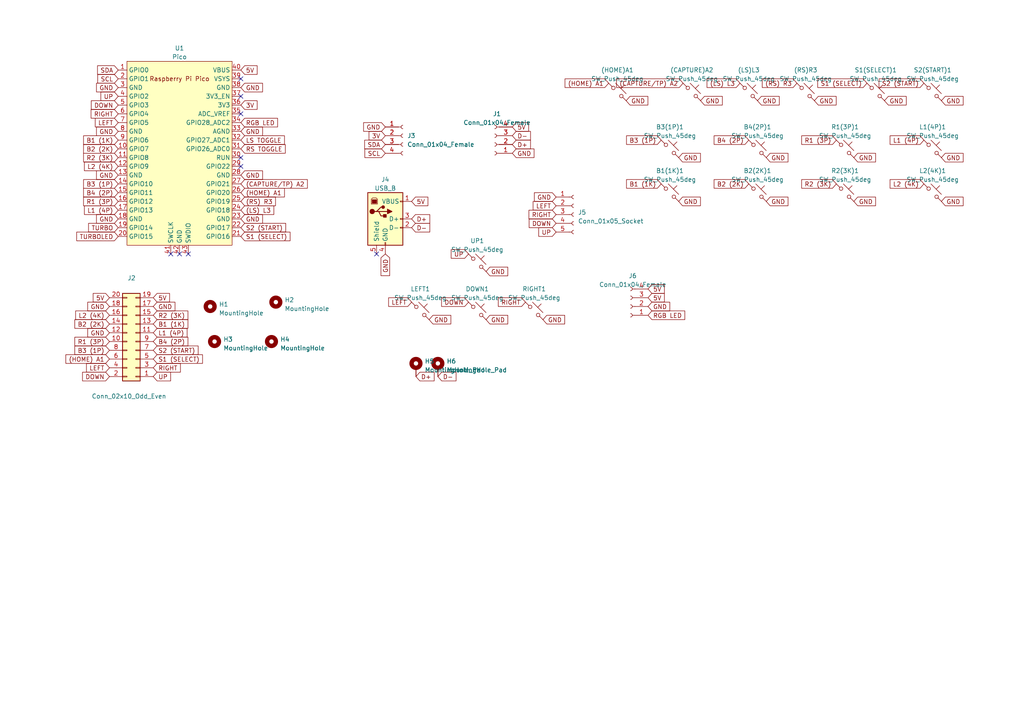
<source format=kicad_sch>
(kicad_sch (version 20230121) (generator eeschema)
  (paper "A4")
  (lib_symbols
    (symbol "Connector:Conn_01x04_Female" (pin_names (offset 1.016) hide)
      (property "Reference" "J" (at 0 5.08 0))
      (property "Value" "Conn_01x04_Female" (at 0 -7.62 0))
      (symbol "Conn_01x04_Female_1_1"
        (arc (start 0 -4.572) (mid -0.5058 -5.08) (end 0 -5.588) (stroke (width 0.1524)))
        (arc (start 0 -2.032) (mid -0.5058 -2.54) (end 0 -3.048) (stroke (width 0.1524)))
        (polyline (pts (xy -1.27 -5.08) (xy -0.508 -5.08)) (stroke (width 0.1524)))
        (polyline (pts (xy -1.27 -2.54) (xy -0.508 -2.54)) (stroke (width 0.1524)))
        (polyline (pts (xy -1.27 0) (xy -0.508 0)) (stroke (width 0.1524)))
        (polyline (pts (xy -1.27 2.54) (xy -0.508 2.54)) (stroke (width 0.1524)))
        (arc (start 0 0.508) (mid -0.5058 0) (end 0 -0.508) (stroke (width 0.1524)))
        (arc (start 0 3.048) (mid -0.5058 2.54) (end 0 2.032) (stroke (width 0.1524)))
        (pin passive line (at -5.08 2.54 0) (length 3.81) (name "Pin_1") (number "1"))
        (pin passive line (at -5.08 0 0) (length 3.81) (name "Pin_2") (number "2"))
        (pin passive line (at -5.08 -2.54 0) (length 3.81) (name "Pin_3") (number "3"))
        (pin passive line (at -5.08 -5.08 0) (length 3.81) (name "Pin_4") (number "4"))
      )
    )
    (symbol "Connector:Conn_01x05_Socket" (pin_names (offset 1.016) hide)
      (property "Reference" "J" (at 0 7.62 0))
      (property "Value" "Conn_01x05_Socket" (at 0 -7.62 0))
      (symbol "Conn_01x05_Socket_1_1"
        (arc (start 0 -4.572) (mid -0.5058 -5.08) (end 0 -5.588) (stroke (width 0.1524)))
        (arc (start 0 -2.032) (mid -0.5058 -2.54) (end 0 -3.048) (stroke (width 0.1524)))
        (polyline (pts (xy -1.27 -5.08) (xy -0.508 -5.08)) (stroke (width 0.1524)))
        (polyline (pts (xy -1.27 -2.54) (xy -0.508 -2.54)) (stroke (width 0.1524)))
        (polyline (pts (xy -1.27 0) (xy -0.508 0)) (stroke (width 0.1524)))
        (polyline (pts (xy -1.27 2.54) (xy -0.508 2.54)) (stroke (width 0.1524)))
        (polyline (pts (xy -1.27 5.08) (xy -0.508 5.08)) (stroke (width 0.1524)))
        (arc (start 0 0.508) (mid -0.5058 0) (end 0 -0.508) (stroke (width 0.1524)))
        (arc (start 0 3.048) (mid -0.5058 2.54) (end 0 2.032) (stroke (width 0.1524)))
        (arc (start 0 5.588) (mid -0.5058 5.08) (end 0 4.572) (stroke (width 0.1524)))
        (pin passive line (at -5.08 5.08 0) (length 3.81) (name "Pin_1") (number "1"))
        (pin passive line (at -5.08 2.54 0) (length 3.81) (name "Pin_2") (number "2"))
        (pin passive line (at -5.08 0 0) (length 3.81) (name "Pin_3") (number "3"))
        (pin passive line (at -5.08 -2.54 0) (length 3.81) (name "Pin_4") (number "4"))
        (pin passive line (at -5.08 -5.08 0) (length 3.81) (name "Pin_5") (number "5"))
      )
    )
    (symbol "Connector:USB_B" (pin_names (offset 1.016))
      (property "Reference" "J" (at -5.08 11.43 0))
      (property "Value" "USB_B" (at -5.08 8.89 0))
      (symbol "USB_B_0_1"
        (rectangle (start -5.08 -7.62) (end 5.08 7.62) (stroke (width 0.254)) (fill (type background)))
        (circle (center -3.81 2.159) (radius 0.635) (stroke (width 0.254)) (fill (type outline)))
        (rectangle (start -3.81 5.588) (end -2.54 4.572) (fill (type outline)))
        (circle (center -0.635 3.429) (radius 0.381) (stroke (width 0.254)) (fill (type outline)))
        (rectangle (start -0.127 -7.62) (end 0.127 -6.858))
        (polyline (pts (xy -1.905 2.159) (xy 0.635 2.159)) (stroke (width 0.254)))
        (polyline (pts (xy -3.175 2.159) (xy -2.54 2.159) (xy -1.27 3.429) (xy -0.635 3.429)) (stroke (width 0.254)))
        (polyline (pts (xy -2.54 2.159) (xy -1.905 2.159) (xy -1.27 0.889) (xy 0 0.889)) (stroke (width 0.254)))
        (polyline (pts (xy 0.635 2.794) (xy 0.635 1.524) (xy 1.905 2.159) (xy 0.635 2.794)) (stroke (width 0.254)) (fill (type outline)))
        (polyline (pts (xy -4.064 4.318) (xy -2.286 4.318) (xy -2.286 5.715) (xy -2.667 6.096) (xy -3.683 6.096) (xy -4.064 5.715) (xy -4.064 4.318)))
        (rectangle (start 0.254 1.27) (end -0.508 0.508) (stroke (width 0.254)) (fill (type outline)))
        (rectangle (start 5.08 -2.667) (end 4.318 -2.413))
        (rectangle (start 5.08 -0.127) (end 4.318 0.127))
        (rectangle (start 5.08 4.953) (end 4.318 5.207))
      )
      (symbol "USB_B_1_1"
        (pin power_out line (at 7.62 5.08 180) (length 2.54) (name "VBUS") (number "1"))
        (pin bidirectional line (at 7.62 -2.54 180) (length 2.54) (name "D-") (number "2"))
        (pin bidirectional line (at 7.62 0 180) (length 2.54) (name "D+") (number "3"))
        (pin power_out line (at 0 -10.16 90) (length 2.54) (name "GND") (number "4"))
        (pin passive line (at -2.54 -10.16 90) (length 2.54) (name "Shield") (number "5"))
      )
    )
    (symbol "Connector_Generic:Conn_02x10_Odd_Even" (pin_names (offset 1.016) hide)
      (property "Reference" "J" (at 1.27 12.7 0))
      (property "Value" "Conn_02x10_Odd_Even" (at 1.27 -15.24 0))
      (symbol "Conn_02x10_Odd_Even_1_1"
        (rectangle (start -1.27 -12.573) (end 0 -12.827) (stroke (width 0.1524)))
        (rectangle (start -1.27 -10.033) (end 0 -10.287) (stroke (width 0.1524)))
        (rectangle (start -1.27 -7.493) (end 0 -7.747) (stroke (width 0.1524)))
        (rectangle (start -1.27 -4.953) (end 0 -5.207) (stroke (width 0.1524)))
        (rectangle (start -1.27 -2.413) (end 0 -2.667) (stroke (width 0.1524)))
        (rectangle (start -1.27 0.127) (end 0 -0.127) (stroke (width 0.1524)))
        (rectangle (start -1.27 2.667) (end 0 2.413) (stroke (width 0.1524)))
        (rectangle (start -1.27 5.207) (end 0 4.953) (stroke (width 0.1524)))
        (rectangle (start -1.27 7.747) (end 0 7.493) (stroke (width 0.1524)))
        (rectangle (start -1.27 10.287) (end 0 10.033) (stroke (width 0.1524)))
        (rectangle (start -1.27 11.43) (end 3.81 -13.97) (stroke (width 0.254)) (fill (type background)))
        (rectangle (start 3.81 -12.573) (end 2.54 -12.827) (stroke (width 0.1524)))
        (rectangle (start 3.81 -10.033) (end 2.54 -10.287) (stroke (width 0.1524)))
        (rectangle (start 3.81 -7.493) (end 2.54 -7.747) (stroke (width 0.1524)))
        (rectangle (start 3.81 -4.953) (end 2.54 -5.207) (stroke (width 0.1524)))
        (rectangle (start 3.81 -2.413) (end 2.54 -2.667) (stroke (width 0.1524)))
        (rectangle (start 3.81 0.127) (end 2.54 -0.127) (stroke (width 0.1524)))
        (rectangle (start 3.81 2.667) (end 2.54 2.413) (stroke (width 0.1524)))
        (rectangle (start 3.81 5.207) (end 2.54 4.953) (stroke (width 0.1524)))
        (rectangle (start 3.81 7.747) (end 2.54 7.493) (stroke (width 0.1524)))
        (rectangle (start 3.81 10.287) (end 2.54 10.033) (stroke (width 0.1524)))
        (pin passive line (at -5.08 10.16 0) (length 3.81) (name "Pin_1") (number "1"))
        (pin passive line (at 7.62 0 180) (length 3.81) (name "Pin_10") (number "10"))
        (pin passive line (at -5.08 -2.54 0) (length 3.81) (name "Pin_11") (number "11"))
        (pin passive line (at 7.62 -2.54 180) (length 3.81) (name "Pin_12") (number "12"))
        (pin passive line (at -5.08 -5.08 0) (length 3.81) (name "Pin_13") (number "13"))
        (pin passive line (at 7.62 -5.08 180) (length 3.81) (name "Pin_14") (number "14"))
        (pin passive line (at -5.08 -7.62 0) (length 3.81) (name "Pin_15") (number "15"))
        (pin passive line (at 7.62 -7.62 180) (length 3.81) (name "Pin_16") (number "16"))
        (pin passive line (at -5.08 -10.16 0) (length 3.81) (name "Pin_17") (number "17"))
        (pin passive line (at 7.62 -10.16 180) (length 3.81) (name "Pin_18") (number "18"))
        (pin passive line (at -5.08 -12.7 0) (length 3.81) (name "Pin_19") (number "19"))
        (pin passive line (at 7.62 10.16 180) (length 3.81) (name "Pin_2") (number "2"))
        (pin passive line (at 7.62 -12.7 180) (length 3.81) (name "Pin_20") (number "20"))
        (pin passive line (at -5.08 7.62 0) (length 3.81) (name "Pin_3") (number "3"))
        (pin passive line (at 7.62 7.62 180) (length 3.81) (name "Pin_4") (number "4"))
        (pin passive line (at -5.08 5.08 0) (length 3.81) (name "Pin_5") (number "5"))
        (pin passive line (at 7.62 5.08 180) (length 3.81) (name "Pin_6") (number "6"))
        (pin passive line (at -5.08 2.54 0) (length 3.81) (name "Pin_7") (number "7"))
        (pin passive line (at 7.62 2.54 180) (length 3.81) (name "Pin_8") (number "8"))
        (pin passive line (at -5.08 0 0) (length 3.81) (name "Pin_9") (number "9"))
      )
    )
    (symbol "MCU_RaspberryPi_and_Boards:Pico"
      (property "Reference" "U" (at -13.97 27.94 0))
      (property "Value" "Pico" (at 0 19.05 0))
      (symbol "Pico_0_0"
        (text "Raspberry Pi Pico" (at 0 21.59 0) (effects (font (size 1.27 1.27))))
      )
      (symbol "Pico_0_1"
        (rectangle (start -15.24 26.67) (end 15.24 -26.67) (fill (type background)))
      )
      (symbol "Pico_1_1"
        (pin bidirectional line (at -17.78 24.13 0) (length 2.54) (name "GPIO0") (number "1"))
        (pin bidirectional line (at -17.78 1.27 0) (length 2.54) (name "GPIO7") (number "10"))
        (pin bidirectional line (at -17.78 -1.27 0) (length 2.54) (name "GPIO8") (number "11"))
        (pin bidirectional line (at -17.78 -3.81 0) (length 2.54) (name "GPIO9") (number "12"))
        (pin power_in line (at -17.78 -6.35 0) (length 2.54) (name "GND") (number "13"))
        (pin bidirectional line (at -17.78 -8.89 0) (length 2.54) (name "GPIO10") (number "14"))
        (pin bidirectional line (at -17.78 -11.43 0) (length 2.54) (name "GPIO11") (number "15"))
        (pin bidirectional line (at -17.78 -13.97 0) (length 2.54) (name "GPIO12") (number "16"))
        (pin bidirectional line (at -17.78 -16.51 0) (length 2.54) (name "GPIO13") (number "17"))
        (pin power_in line (at -17.78 -19.05 0) (length 2.54) (name "GND") (number "18"))
        (pin bidirectional line (at -17.78 -21.59 0) (length 2.54) (name "GPIO14") (number "19"))
        (pin bidirectional line (at -17.78 21.59 0) (length 2.54) (name "GPIO1") (number "2"))
        (pin bidirectional line (at -17.78 -24.13 0) (length 2.54) (name "GPIO15") (number "20"))
        (pin bidirectional line (at 17.78 -24.13 180) (length 2.54) (name "GPIO16") (number "21"))
        (pin bidirectional line (at 17.78 -21.59 180) (length 2.54) (name "GPIO17") (number "22"))
        (pin power_in line (at 17.78 -19.05 180) (length 2.54) (name "GND") (number "23"))
        (pin bidirectional line (at 17.78 -16.51 180) (length 2.54) (name "GPIO18") (number "24"))
        (pin bidirectional line (at 17.78 -13.97 180) (length 2.54) (name "GPIO19") (number "25"))
        (pin bidirectional line (at 17.78 -11.43 180) (length 2.54) (name "GPIO20") (number "26"))
        (pin bidirectional line (at 17.78 -8.89 180) (length 2.54) (name "GPIO21") (number "27"))
        (pin power_in line (at 17.78 -6.35 180) (length 2.54) (name "GND") (number "28"))
        (pin bidirectional line (at 17.78 -3.81 180) (length 2.54) (name "GPIO22") (number "29"))
        (pin power_in line (at -17.78 19.05 0) (length 2.54) (name "GND") (number "3"))
        (pin input line (at 17.78 -1.27 180) (length 2.54) (name "RUN") (number "30"))
        (pin bidirectional line (at 17.78 1.27 180) (length 2.54) (name "GPIO26_ADC0") (number "31"))
        (pin bidirectional line (at 17.78 3.81 180) (length 2.54) (name "GPIO27_ADC1") (number "32"))
        (pin power_in line (at 17.78 6.35 180) (length 2.54) (name "AGND") (number "33"))
        (pin bidirectional line (at 17.78 8.89 180) (length 2.54) (name "GPIO28_ADC2") (number "34"))
        (pin power_in line (at 17.78 11.43 180) (length 2.54) (name "ADC_VREF") (number "35"))
        (pin power_in line (at 17.78 13.97 180) (length 2.54) (name "3V3") (number "36"))
        (pin input line (at 17.78 16.51 180) (length 2.54) (name "3V3_EN") (number "37"))
        (pin bidirectional line (at 17.78 19.05 180) (length 2.54) (name "GND") (number "38"))
        (pin power_in line (at 17.78 21.59 180) (length 2.54) (name "VSYS") (number "39"))
        (pin bidirectional line (at -17.78 16.51 0) (length 2.54) (name "GPIO2") (number "4"))
        (pin power_in line (at 17.78 24.13 180) (length 2.54) (name "VBUS") (number "40"))
        (pin input line (at -2.54 -29.21 90) (length 2.54) (name "SWCLK") (number "41"))
        (pin power_in line (at 0 -29.21 90) (length 2.54) (name "GND") (number "42"))
        (pin bidirectional line (at 2.54 -29.21 90) (length 2.54) (name "SWDIO") (number "43"))
        (pin bidirectional line (at -17.78 13.97 0) (length 2.54) (name "GPIO3") (number "5"))
        (pin bidirectional line (at -17.78 11.43 0) (length 2.54) (name "GPIO4") (number "6"))
        (pin bidirectional line (at -17.78 8.89 0) (length 2.54) (name "GPIO5") (number "7"))
        (pin power_in line (at -17.78 6.35 0) (length 2.54) (name "GND") (number "8"))
        (pin bidirectional line (at -17.78 3.81 0) (length 2.54) (name "GPIO6") (number "9"))
      )
    )
    (symbol "Mechanical:MountingHole" (pin_names (offset 1.016))
      (property "Reference" "H" (at 0 5.08 0))
      (property "Value" "MountingHole" (at 0 3.175 0))
      (symbol "MountingHole_0_1"
        (circle (center 0 0) (radius 1.27) (stroke (width 1.27)))
      )
    )
    (symbol "Mechanical:MountingHole_Pad" (pin_numbers hide) (pin_names (offset 1.016) hide)
      (property "Reference" "H" (at 0 6.35 0))
      (property "Value" "MountingHole_Pad" (at 0 4.445 0))
      (symbol "MountingHole_Pad_0_1"
        (circle (center 0 1.27) (radius 1.27) (stroke (width 1.27)))
      )
      (symbol "MountingHole_Pad_1_1"
        (pin input line (at 0 -2.54 90) (length 2.54) (name "1") (number "1"))
      )
    )
    (symbol "Switch:SW_Push_45deg" (pin_numbers hide) (pin_names (offset 1.016) hide)
      (property "Reference" "SW" (at 3.048 1.016 0))
      (property "Value" "SW_Push_45deg" (at 0 -3.81 0))
      (symbol "SW_Push_45deg_0_1"
        (circle (center -1.1684 1.1684) (radius 0.508))
        (polyline (pts (xy -0.508 2.54) (xy 2.54 -0.508)))
        (polyline (pts (xy 1.016 1.016) (xy 2.032 2.032)))
        (polyline (pts (xy -2.54 2.54) (xy -1.524 1.524) (xy -1.524 1.524)))
        (polyline (pts (xy 1.524 -1.524) (xy 2.54 -2.54) (xy 2.54 -2.54) (xy 2.54 -2.54)))
        (circle (center 1.143 -1.1938) (radius 0.508))
        (pin passive line (at -2.54 2.54 0) (length 0) (name "1") (number "1"))
        (pin passive line (at 2.54 -2.54 180) (length 0) (name "2") (number "2"))
      )
    )
  )
  (no_connect (at 52.07 73.66))
  (no_connect (at 69.85 22.86))
  (no_connect (at 69.85 45.72))
  (no_connect (at 69.85 48.26))
  (no_connect (at 49.53 73.66))
  (no_connect (at 109.22 73.66))
  (no_connect (at 69.85 33.02))
  (no_connect (at 54.61 73.66))
  (no_connect (at 69.85 27.94))
  (global_label "S1 (SELECT)" (shape input) (at 44.45 104.14 0) (property "Intersheetrefs" "${INTERSHEET_REFS}" (effects hide)))
  (global_label "GND" (shape input) (at 34.29 63.5 180) (property "Intersheetrefs" "${INTERSHEET_REFS}" (effects hide)))
  (global_label "5V" (shape input) (at 187.96 83.82 0) (property "Intersheetrefs" "${INTERSHEET_REFS}" (effects hide)))
  (global_label "B4 (2P)" (shape input) (at 44.45 99.06 0) (property "Intersheetrefs" "${INTERSHEET_REFS}" (effects hide)))
  (global_label "DOWN" (shape input) (at 31.75 109.22 180) (property "Intersheetrefs" "${INTERSHEET_REFS}" (effects hide)))
  (global_label "UP" (shape input) (at 44.45 109.22 0) (property "Intersheetrefs" "${INTERSHEET_REFS}" (effects hide)))
  (global_label "DOWN" (shape input) (at 135.89 87.63 180) (property "Intersheetrefs" "${INTERSHEET_REFS}" (effects hide)))
  (global_label "GND" (shape input) (at 31.75 88.9 180) (property "Intersheetrefs" "${INTERSHEET_REFS}" (effects hide)))
  (global_label "GND" (shape input) (at 196.85 58.42 0) (property "Intersheetrefs" "${INTERSHEET_REFS}" (effects hide)))
  (global_label "GND" (shape input) (at 236.22 29.21 0) (property "Intersheetrefs" "${INTERSHEET_REFS}" (effects hide)))
  (global_label "GND" (shape input) (at 256.54 29.21 0) (property "Intersheetrefs" "${INTERSHEET_REFS}" (effects hide)))
  (global_label "UP" (shape input) (at 161.29 67.31 180) (property "Intersheetrefs" "${INTERSHEET_REFS}" (effects hide)))
  (global_label "GND" (shape input) (at 161.29 57.15 180) (property "Intersheetrefs" "${INTERSHEET_REFS}" (effects hide)))
  (global_label "GND" (shape input) (at 222.25 45.72 0) (property "Intersheetrefs" "${INTERSHEET_REFS}" (effects hide)))
  (global_label "GND" (shape input) (at 247.65 45.72 0) (property "Intersheetrefs" "${INTERSHEET_REFS}" (effects hide)))
  (global_label "B1 (1K)" (shape input) (at 34.29 40.64 180) (property "Intersheetrefs" "${INTERSHEET_REFS}" (effects hide)))
  (global_label "(HOME) A1" (shape input) (at 69.85 55.88 0) (property "Intersheetrefs" "${INTERSHEET_REFS}" (effects hide)))
  (global_label "GND" (shape input) (at 148.59 44.45 0) (property "Intersheetrefs" "${INTERSHEET_REFS}" (effects hide)))
  (global_label "5V" (shape input) (at 31.75 86.36 180) (property "Intersheetrefs" "${INTERSHEET_REFS}" (effects hide)))
  (global_label "R1 (3P)" (shape input) (at 242.57 40.64 180) (property "Intersheetrefs" "${INTERSHEET_REFS}" (effects hide)))
  (global_label "GND" (shape input) (at 187.96 88.9 0) (property "Intersheetrefs" "${INTERSHEET_REFS}" (effects hide)))
  (global_label "GND" (shape input) (at 111.76 36.83 180) (property "Intersheetrefs" "${INTERSHEET_REFS}" (effects hide)))
  (global_label "D-" (shape input) (at 119.38 66.04 0) (property "Intersheetrefs" "${INTERSHEET_REFS}" (effects hide)))
  (global_label "B2 (2K)" (shape input) (at 217.17 53.34 180) (property "Intersheetrefs" "${INTERSHEET_REFS}" (effects hide)))
  (global_label "3V" (shape input) (at 69.85 30.48 0) (property "Intersheetrefs" "${INTERSHEET_REFS}" (effects hide)))
  (global_label "(HOME) A1" (shape input) (at 176.53 24.13 180) (property "Intersheetrefs" "${INTERSHEET_REFS}" (effects hide)))
  (global_label "GND" (shape input) (at 273.05 45.72 0) (property "Intersheetrefs" "${INTERSHEET_REFS}" (effects hide)))
  (global_label "R2 (3K)" (shape input) (at 242.57 53.34 180) (property "Intersheetrefs" "${INTERSHEET_REFS}" (effects hide)))
  (global_label "RGB LED" (shape input) (at 69.85 35.56 0) (property "Intersheetrefs" "${INTERSHEET_REFS}" (effects hide)))
  (global_label "R1 (3P)" (shape input) (at 34.29 58.42 180) (property "Intersheetrefs" "${INTERSHEET_REFS}" (effects hide)))
  (global_label "R1 (3P)" (shape input) (at 31.75 99.06 180) (property "Intersheetrefs" "${INTERSHEET_REFS}" (effects hide)))
  (global_label "B3 (1P)" (shape input) (at 34.29 53.34 180) (property "Intersheetrefs" "${INTERSHEET_REFS}" (effects hide)))
  (global_label "5V" (shape input) (at 148.59 36.83 0) (property "Intersheetrefs" "${INTERSHEET_REFS}" (effects hide)))
  (global_label "5V" (shape input) (at 187.96 86.36 0) (property "Intersheetrefs" "${INTERSHEET_REFS}" (effects hide)))
  (global_label "DOWN" (shape input) (at 34.29 30.48 180) (property "Intersheetrefs" "${INTERSHEET_REFS}" (effects hide)))
  (global_label "TURBOLED" (shape input) (at 34.29 68.58 180) (property "Intersheetrefs" "${INTERSHEET_REFS}" (effects hide)))
  (global_label "LEFT" (shape input) (at 34.29 35.56 180) (property "Intersheetrefs" "${INTERSHEET_REFS}" (effects hide)))
  (global_label "(LS) L3" (shape input) (at 214.63 24.13 180) (property "Intersheetrefs" "${INTERSHEET_REFS}" (effects hide)))
  (global_label "LEFT" (shape input) (at 119.38 87.63 180) (property "Intersheetrefs" "${INTERSHEET_REFS}" (effects hide)))
  (global_label "(RS) R3" (shape input) (at 231.14 24.13 180) (property "Intersheetrefs" "${INTERSHEET_REFS}" (effects hide)))
  (global_label "L1 (4P)" (shape input) (at 34.29 60.96 180) (property "Intersheetrefs" "${INTERSHEET_REFS}" (effects hide)))
  (global_label "S1 (SELECT)" (shape input) (at 251.46 24.13 180) (property "Intersheetrefs" "${INTERSHEET_REFS}" (effects hide)))
  (global_label "D+" (shape input) (at 148.59 41.91 0) (property "Intersheetrefs" "${INTERSHEET_REFS}" (effects hide)))
  (global_label "GND" (shape input) (at 196.85 45.72 0) (property "Intersheetrefs" "${INTERSHEET_REFS}" (effects hide)))
  (global_label "GND" (shape input) (at 222.25 58.42 0) (property "Intersheetrefs" "${INTERSHEET_REFS}" (effects hide)))
  (global_label "B3 (1P)" (shape input) (at 31.75 101.6 180) (property "Intersheetrefs" "${INTERSHEET_REFS}" (effects hide)))
  (global_label "R2 (3K)" (shape input) (at 44.45 91.44 0) (property "Intersheetrefs" "${INTERSHEET_REFS}" (effects hide)))
  (global_label "RIGHT" (shape input) (at 34.29 33.02 180) (property "Intersheetrefs" "${INTERSHEET_REFS}" (effects hide)))
  (global_label "L2 (4K)" (shape input) (at 34.29 48.26 180) (property "Intersheetrefs" "${INTERSHEET_REFS}" (effects hide)))
  (global_label "SCL" (shape input) (at 34.29 22.86 180) (property "Intersheetrefs" "${INTERSHEET_REFS}" (effects hide)))
  (global_label "GND" (shape input) (at 219.71 29.21 0) (property "Intersheetrefs" "${INTERSHEET_REFS}" (effects hide)))
  (global_label "GND" (shape input) (at 124.46 92.71 0) (property "Intersheetrefs" "${INTERSHEET_REFS}" (effects hide)))
  (global_label "S2 (START)" (shape input) (at 69.85 66.04 0) (property "Intersheetrefs" "${INTERSHEET_REFS}" (effects hide)))
  (global_label "GND" (shape input) (at 44.45 88.9 0) (property "Intersheetrefs" "${INTERSHEET_REFS}" (effects hide)))
  (global_label "GND" (shape input) (at 69.85 38.1 0) (property "Intersheetrefs" "${INTERSHEET_REFS}" (effects hide)))
  (global_label "GND" (shape input) (at 203.2 29.21 0) (property "Intersheetrefs" "${INTERSHEET_REFS}" (effects hide)))
  (global_label "D+" (shape input) (at 119.38 63.5 0) (property "Intersheetrefs" "${INTERSHEET_REFS}" (effects hide)))
  (global_label "B2 (2K)" (shape input) (at 34.29 43.18 180) (property "Intersheetrefs" "${INTERSHEET_REFS}" (effects hide)))
  (global_label "(HOME) A1" (shape input) (at 31.75 104.14 180) (property "Intersheetrefs" "${INTERSHEET_REFS}" (effects hide)))
  (global_label "5V" (shape input) (at 69.85 20.32 0) (property "Intersheetrefs" "${INTERSHEET_REFS}" (effects hide)))
  (global_label "UP" (shape input) (at 34.29 27.94 180) (property "Intersheetrefs" "${INTERSHEET_REFS}" (effects hide)))
  (global_label "LEFT" (shape input) (at 161.29 59.69 180) (property "Intersheetrefs" "${INTERSHEET_REFS}" (effects hide)))
  (global_label "DOWN" (shape input) (at 161.29 64.77 180) (property "Intersheetrefs" "${INTERSHEET_REFS}" (effects hide)))
  (global_label "D-" (shape input) (at 148.59 39.37 0) (property "Intersheetrefs" "${INTERSHEET_REFS}" (effects hide)))
  (global_label "L1 (4P)" (shape input) (at 44.45 96.52 0) (property "Intersheetrefs" "${INTERSHEET_REFS}" (effects hide)))
  (global_label "L2 (4K)" (shape input) (at 31.75 91.44 180) (property "Intersheetrefs" "${INTERSHEET_REFS}" (effects hide)))
  (global_label "RIGHT" (shape input) (at 152.4 87.63 180) (property "Intersheetrefs" "${INTERSHEET_REFS}" (effects hide)))
  (global_label "SDA" (shape input) (at 34.29 20.32 180) (property "Intersheetrefs" "${INTERSHEET_REFS}" (effects hide)))
  (global_label "RGB LED" (shape input) (at 187.96 91.44 0) (property "Intersheetrefs" "${INTERSHEET_REFS}" (effects hide)))
  (global_label "(CAPTURE{slash}TP) A2" (shape input) (at 198.12 24.13 180) (property "Intersheetrefs" "${INTERSHEET_REFS}" (effects hide)))
  (global_label "S1 (SELECT)" (shape input) (at 69.85 68.58 0) (property "Intersheetrefs" "${INTERSHEET_REFS}" (effects hide)))
  (global_label "D+" (shape input) (at 120.65 109.22 0) (property "Intersheetrefs" "${INTERSHEET_REFS}" (effects hide)))
  (global_label "GND" (shape input) (at 140.97 92.71 0) (property "Intersheetrefs" "${INTERSHEET_REFS}" (effects hide)))
  (global_label "GND" (shape input) (at 111.76 73.66 270) (property "Intersheetrefs" "${INTERSHEET_REFS}" (effects hide)))
  (global_label "GND" (shape input) (at 181.61 29.21 0) (property "Intersheetrefs" "${INTERSHEET_REFS}" (effects hide)))
  (global_label "S2 (START)" (shape input) (at 44.45 101.6 0) (property "Intersheetrefs" "${INTERSHEET_REFS}" (effects hide)))
  (global_label "GND" (shape input) (at 34.29 25.4 180) (property "Intersheetrefs" "${INTERSHEET_REFS}" (effects hide)))
  (global_label "L2 (4K)" (shape input) (at 267.97 53.34 180) (property "Intersheetrefs" "${INTERSHEET_REFS}" (effects hide)))
  (global_label "RS TOGGLE" (shape input) (at 69.85 43.18 0) (property "Intersheetrefs" "${INTERSHEET_REFS}" (effects hide)))
  (global_label "3V" (shape input) (at 111.76 39.37 180) (property "Intersheetrefs" "${INTERSHEET_REFS}" (effects hide)))
  (global_label "GND" (shape input) (at 69.85 63.5 0) (property "Intersheetrefs" "${INTERSHEET_REFS}" (effects hide)))
  (global_label "RIGHT" (shape input) (at 44.45 106.68 0) (property "Intersheetrefs" "${INTERSHEET_REFS}" (effects hide)))
  (global_label "GND" (shape input) (at 247.65 58.42 0) (property "Intersheetrefs" "${INTERSHEET_REFS}" (effects hide)))
  (global_label "SCL" (shape input) (at 111.76 44.45 180) (property "Intersheetrefs" "${INTERSHEET_REFS}" (effects hide)))
  (global_label "(RS) R3" (shape input) (at 69.85 58.42 0) (property "Intersheetrefs" "${INTERSHEET_REFS}" (effects hide)))
  (global_label "(CAPTURE{slash}TP) A2" (shape input) (at 69.85 53.34 0) (property "Intersheetrefs" "${INTERSHEET_REFS}" (effects hide)))
  (global_label "GND" (shape input) (at 69.85 50.8 0) (property "Intersheetrefs" "${INTERSHEET_REFS}" (effects hide)))
  (global_label "GND" (shape input) (at 34.29 38.1 180) (property "Intersheetrefs" "${INTERSHEET_REFS}" (effects hide)))
  (global_label "B4 (2P)" (shape input) (at 217.17 40.64 180) (property "Intersheetrefs" "${INTERSHEET_REFS}" (effects hide)))
  (global_label "B1 (1K)" (shape input) (at 44.45 93.98 0) (property "Intersheetrefs" "${INTERSHEET_REFS}" (effects hide)))
  (global_label "LEFT" (shape input) (at 31.75 106.68 180) (property "Intersheetrefs" "${INTERSHEET_REFS}" (effects hide)))
  (global_label "B2 (2K)" (shape input) (at 31.75 93.98 180) (property "Intersheetrefs" "${INTERSHEET_REFS}" (effects hide)))
  (global_label "GND" (shape input) (at 273.05 29.21 0) (property "Intersheetrefs" "${INTERSHEET_REFS}" (effects hide)))
  (global_label "S2 (START)" (shape input) (at 267.97 24.13 180) (property "Intersheetrefs" "${INTERSHEET_REFS}" (effects hide)))
  (global_label "UP" (shape input) (at 135.89 73.66 180) (property "Intersheetrefs" "${INTERSHEET_REFS}" (effects hide)))
  (global_label "RIGHT" (shape input) (at 161.29 62.23 180) (property "Intersheetrefs" "${INTERSHEET_REFS}" (effects hide)))
  (global_label "GND" (shape input) (at 34.29 50.8 180) (property "Intersheetrefs" "${INTERSHEET_REFS}" (effects hide)))
  (global_label "LS TOGGLE" (shape input) (at 69.85 40.64 0) (property "Intersheetrefs" "${INTERSHEET_REFS}" (effects hide)))
  (global_label "GND" (shape input) (at 157.48 92.71 0) (property "Intersheetrefs" "${INTERSHEET_REFS}" (effects hide)))
  (global_label "(LS) L3" (shape input) (at 69.85 60.96 0) (property "Intersheetrefs" "${INTERSHEET_REFS}" (effects hide)))
  (global_label "GND" (shape input) (at 31.75 96.52 180) (property "Intersheetrefs" "${INTERSHEET_REFS}" (effects hide)))
  (global_label "B3 (1P)" (shape input) (at 191.77 40.64 180) (property "Intersheetrefs" "${INTERSHEET_REFS}" (effects hide)))
  (global_label "R2 (3K)" (shape input) (at 34.29 45.72 180) (property "Intersheetrefs" "${INTERSHEET_REFS}" (effects hide)))
  (global_label "B4 (2P)" (shape input) (at 34.29 55.88 180) (property "Intersheetrefs" "${INTERSHEET_REFS}" (effects hide)))
  (global_label "L1 (4P)" (shape input) (at 267.97 40.64 180) (property "Intersheetrefs" "${INTERSHEET_REFS}" (effects hide)))
  (global_label "GND" (shape input) (at 140.97 78.74 0) (property "Intersheetrefs" "${INTERSHEET_REFS}" (effects hide)))
  (global_label "5V" (shape input) (at 119.38 58.42 0) (property "Intersheetrefs" "${INTERSHEET_REFS}" (effects hide)))
  (global_label "GND" (shape input) (at 273.05 58.42 0) (property "Intersheetrefs" "${INTERSHEET_REFS}" (effects hide)))
  (global_label "5V" (shape input) (at 44.45 86.36 0) (property "Intersheetrefs" "${INTERSHEET_REFS}" (effects hide)))
  (global_label "SDA" (shape input) (at 111.76 41.91 180) (property "Intersheetrefs" "${INTERSHEET_REFS}" (effects hide)))
  (global_label "TURBO" (shape input) (at 34.29 66.04 180) (property "Intersheetrefs" "${INTERSHEET_REFS}" (effects hide)))
  (global_label "GND" (shape input) (at 69.85 25.4 0) (property "Intersheetrefs" "${INTERSHEET_REFS}" (effects hide)))
  (global_label "D-" (shape input) (at 127 109.22 0) (property "Intersheetrefs" "${INTERSHEET_REFS}" (effects hide)))
  (global_label "B1 (1K)" (shape input) (at 191.77 53.34 180) (property "Intersheetrefs" "${INTERSHEET_REFS}" (effects hide)))
  (symbol (lib_id "Switch:SW_Push_45deg") (at 194.31 43.18 0) (unit 1)
    (property "Reference" "B3(1P)1" (at 194.31 36.83 0))
    (property "Value" "SW_Push_45deg" (at 194.31 39.37 0))
    (property "Footprint" "BeiBob:JST_XH_B2B-XH-A_1x02_P2.50mm_Verticalez" (effects hide))
  )
  (symbol (lib_id "Switch:SW_Push_45deg") (at 154.94 90.17 0) (unit 1)
    (property "Reference" "RIGHT1" (at 154.94 83.82 0))
    (property "Value" "SW_Push_45deg" (at 154.94 86.36 0))
    (property "Footprint" "BeiBob:JST_XH_B2B-XH-A_1x02_P2.50mm_Verticalez" (effects hide))
  )
  (symbol (lib_id "Switch:SW_Push_45deg") (at 121.92 90.17 0) (unit 1)
    (property "Reference" "LEFT1" (at 121.92 83.82 0))
    (property "Value" "SW_Push_45deg" (at 121.92 86.36 0))
    (property "Footprint" "BeiBob:JST_XH_B2B-XH-A_1x02_P2.50mm_Verticalez" (effects hide))
  )
  (symbol (lib_id "Mechanical:MountingHole") (at 80.01 87.63 0) (unit 1)
    (property "Reference" "H2" (at 82.55 86.995 0) (effects (justify left)))
    (property "Value" "MountingHole" (at 82.55 89.535 0) (effects (justify left)))
    (property "Footprint" "MountingHole:MountingHole_3.5mm_Pad_Via" (effects hide))
  )
  (symbol (lib_id "Switch:SW_Push_45deg") (at 217.17 26.67 0) (unit 1)
    (property "Reference" "(LS)L3" (at 217.17 20.32 0))
    (property "Value" "SW_Push_45deg" (at 217.17 22.86 0))
    (property "Footprint" "BeiBob:JST_XH_B2B-XH-A_1x02_P2.50mm_Verticalez" (effects hide))
  )
  (symbol (lib_id "Switch:SW_Push_45deg") (at 270.51 26.67 0) (unit 1)
    (property "Reference" "S2(START)1" (at 270.51 20.32 0))
    (property "Value" "SW_Push_45deg" (at 270.51 22.86 0))
    (property "Footprint" "BeiBob:JST_XH_B2B-XH-A_1x02_P2.50mm_Verticalez" (effects hide))
  )
  (symbol (lib_id "Connector:Conn_01x04_Female") (at 143.51 41.91 180) (unit 1)
    (property "Reference" "J1" (at 144.145 33.02 0))
    (property "Value" "Conn_01x04_Female" (at 144.145 35.56 0))
    (property "Footprint" "Connector_JST:JST_XH_B4B-XH-A_1x04_P2.50mm_Vertical" (effects hide))
  )
  (symbol (lib_id "Mechanical:MountingHole") (at 60.96 88.9 0) (unit 1)
    (property "Reference" "H1" (at 63.5 88.265 0) (effects (justify left)))
    (property "Value" "MountingHole" (at 63.5 90.805 0) (effects (justify left)))
    (property "Footprint" "MountingHole:MountingHole_3.5mm_Pad_Via" (effects hide))
  )
  (symbol (lib_id "Switch:SW_Push_45deg") (at 245.11 43.18 0) (unit 1)
    (property "Reference" "R1(3P)1" (at 245.11 36.83 0))
    (property "Value" "SW_Push_45deg" (at 245.11 39.37 0))
    (property "Footprint" "BeiBob:JST_XH_B2B-XH-A_1x02_P2.50mm_Verticalez" (effects hide))
  )
  (symbol (lib_id "Switch:SW_Push_45deg") (at 194.31 55.88 0) (unit 1)
    (property "Reference" "B1(1K)1" (at 194.31 49.53 0))
    (property "Value" "SW_Push_45deg" (at 194.31 52.07 0))
    (property "Footprint" "BeiBob:JST_XH_B2B-XH-A_1x02_P2.50mm_Verticalez" (effects hide))
  )
  (symbol (lib_id "Connector:Conn_01x05_Socket") (at 166.37 62.23 0) (unit 1)
    (property "Reference" "J5" (at 167.64 61.595 0) (effects (justify left)))
    (property "Value" "Conn_01x05_Socket" (at 167.64 64.135 0) (effects (justify left)))
    (property "Footprint" "Connector_JST:JST_XH_B5B-XH-A_1x05_P2.50mm_Vertical" (effects hide))
  )
  (symbol (lib_id "Switch:SW_Push_45deg") (at 179.07 26.67 0) (unit 1)
    (property "Reference" "(HOME)A1" (at 179.07 20.32 0))
    (property "Value" "SW_Push_45deg" (at 179.07 22.86 0))
    (property "Footprint" "BeiBob:JST_XH_B2B-XH-A_1x02_P2.50mm_Verticalez" (effects hide))
  )
  (symbol (lib_id "Connector:Conn_01x04_Female") (at 116.84 39.37 0) (unit 1)
    (property "Reference" "J3" (at 118.11 39.3699 0) (effects (justify left)))
    (property "Value" "Conn_01x04_Female" (at 118.11 41.9099 0) (effects (justify left)))
    (property "Footprint" "Connector_JST:JST_XH_B4B-XH-A_1x04_P2.50mm_Vertical" (effects hide))
  )
  (symbol (lib_id "Switch:SW_Push_45deg") (at 270.51 43.18 0) (unit 1)
    (property "Reference" "L1(4P)1" (at 270.51 36.83 0))
    (property "Value" "SW_Push_45deg" (at 270.51 39.37 0))
    (property "Footprint" "BeiBob:JST_XH_B2B-XH-A_1x02_P2.50mm_Verticalez" (effects hide))
  )
  (symbol (lib_id "Connector:USB_B") (at 111.76 63.5 0) (unit 1)
    (property "Reference" "J4" (at 111.76 52.07 0))
    (property "Value" "USB_B" (at 111.76 54.61 0))
    (property "Footprint" "Connector_USB:USB_B_Lumberg_2411_02_Horizontal" (effects hide))
    (property "Datasheet" " ~" (effects hide))
  )
  (symbol (lib_id "Mechanical:MountingHole_Pad") (at 120.65 106.68 0) (unit 1)
    (property "Reference" "H5" (at 123.19 104.775 0) (effects (justify left)))
    (property "Value" "MountingHole_Pad" (at 123.19 107.315 0) (effects (justify left)))
    (property "Footprint" "TestPoint:TestPoint_Pad_2.5x2.5mm" (effects hide))
  )
  (symbol (lib_id "Mechanical:MountingHole_Pad") (at 127 106.68 0) (unit 1)
    (property "Reference" "H6" (at 129.54 104.775 0) (effects (justify left)))
    (property "Value" "MountingHole_Pad" (at 129.54 107.315 0) (effects (justify left)))
    (property "Footprint" "TestPoint:TestPoint_Pad_2.5x2.5mm" (effects hide))
  )
  (symbol (lib_id "MCU_RaspberryPi_and_Boards:Pico") (at 52.07 44.45 0) (unit 1)
    (property "Reference" "U1" (at 52.07 13.97 0))
    (property "Value" "Pico" (at 52.07 16.51 0))
    (property "Footprint" "RP-Pico Libraries:RPi_Pico_SMD_TH" (effects hide))
  )
  (symbol (lib_id "Switch:SW_Push_45deg") (at 245.11 55.88 0) (unit 1)
    (property "Reference" "R2(3K)1" (at 245.11 49.53 0))
    (property "Value" "SW_Push_45deg" (at 245.11 52.07 0))
    (property "Footprint" "BeiBob:JST_XH_B2B-XH-A_1x02_P2.50mm_Verticalez" (effects hide))
  )
  (symbol (lib_id "Switch:SW_Push_45deg") (at 219.71 55.88 0) (unit 1)
    (property "Reference" "B2(2K)1" (at 219.71 49.53 0))
    (property "Value" "SW_Push_45deg" (at 219.71 52.07 0))
    (property "Footprint" "BeiBob:JST_XH_B2B-XH-A_1x02_P2.50mm_Verticalez" (effects hide))
  )
  (symbol (lib_id "Switch:SW_Push_45deg") (at 200.66 26.67 0) (unit 1)
    (property "Reference" "(CAPTURE)A2" (at 200.66 20.32 0))
    (property "Value" "SW_Push_45deg" (at 200.66 22.86 0))
    (property "Footprint" "BeiBob:JST_XH_B2B-XH-A_1x02_P2.50mm_Verticalez" (effects hide))
  )
  (symbol (lib_id "Connector_Generic:Conn_02x10_Odd_Even") (at 39.37 99.06 180) (unit 1)
    (property "Reference" "J2" (at 39.37 80.645 0) (effects (justify left)))
    (property "Value" "Conn_02x10_Odd_Even" (at 48.26 114.935 0) (effects (justify left)))
    (property "Footprint" "Connector_PinHeader_2.54mm:PinHeader_2x10_P2.54mm_Vertical" (effects hide))
  )
  (symbol (lib_id "Mechanical:MountingHole") (at 62.23 99.06 0) (unit 1)
    (property "Reference" "H3" (at 64.77 98.425 0) (effects (justify left)))
    (property "Value" "MountingHole" (at 64.77 100.965 0) (effects (justify left)))
    (property "Footprint" "MountingHole:MountingHole_3.5mm_Pad_Via" (effects hide))
  )
  (symbol (lib_id "Switch:SW_Push_45deg") (at 233.68 26.67 0) (unit 1)
    (property "Reference" "(RS)R3" (at 233.68 20.32 0))
    (property "Value" "SW_Push_45deg" (at 233.68 22.86 0))
    (property "Footprint" "BeiBob:JST_XH_B2B-XH-A_1x02_P2.50mm_Verticalez" (effects hide))
  )
  (symbol (lib_id "Switch:SW_Push_45deg") (at 138.43 76.2 0) (unit 1)
    (property "Reference" "UP1" (at 138.43 69.85 0))
    (property "Value" "SW_Push_45deg" (at 138.43 72.39 0))
    (property "Footprint" "BeiBob:JST_XH_B2B-XH-A_1x02_P2.50mm_Verticalez" (effects hide))
  )
  (symbol (lib_id "Mechanical:MountingHole") (at 78.74 99.06 0) (unit 1)
    (property "Reference" "H4" (at 81.28 98.425 0) (effects (justify left)))
    (property "Value" "MountingHole" (at 81.28 100.965 0) (effects (justify left)))
    (property "Footprint" "MountingHole:MountingHole_3.5mm_Pad_Via" (effects hide))
  )
  (symbol (lib_id "Connector:Conn_01x04_Female") (at 182.88 88.9 180) (unit 1)
    (property "Reference" "J6" (at 183.515 80.01 0))
    (property "Value" "Conn_01x04_Female" (at 183.515 82.55 0))
    (property "Footprint" "Connector_JST:JST_XH_B4B-XH-A_1x04_P2.50mm_Vertical" (effects hide))
  )
  (symbol (lib_id "Switch:SW_Push_45deg") (at 219.71 43.18 0) (unit 1)
    (property "Reference" "B4(2P)1" (at 219.71 36.83 0))
    (property "Value" "SW_Push_45deg" (at 219.71 39.37 0))
    (property "Footprint" "BeiBob:JST_XH_B2B-XH-A_1x02_P2.50mm_Verticalez" (effects hide))
  )
  (symbol (lib_id "Switch:SW_Push_45deg") (at 254 26.67 0) (unit 1)
    (property "Reference" "S1(SELECT)1" (at 254 20.32 0))
    (property "Value" "SW_Push_45deg" (at 254 22.86 0))
    (property "Footprint" "BeiBob:JST_XH_B2B-XH-A_1x02_P2.50mm_Verticalez" (effects hide))
  )
  (symbol (lib_id "Switch:SW_Push_45deg") (at 270.51 55.88 0) (unit 1)
    (property "Reference" "L2(4K)1" (at 270.51 49.53 0))
    (property "Value" "SW_Push_45deg" (at 270.51 52.07 0))
    (property "Footprint" "BeiBob:JST_XH_B2B-XH-A_1x02_P2.50mm_Verticalez" (effects hide))
  )
  (symbol (lib_id "Switch:SW_Push_45deg") (at 138.43 90.17 0) (unit 1)
    (property "Reference" "DOWN1" (at 138.43 83.82 0))
    (property "Value" "SW_Push_45deg" (at 138.43 86.36 0))
    (property "Footprint" "BeiBob:JST_XH_B2B-XH-A_1x02_P2.50mm_Verticalez" (effects hide))
  )
)
</source>
